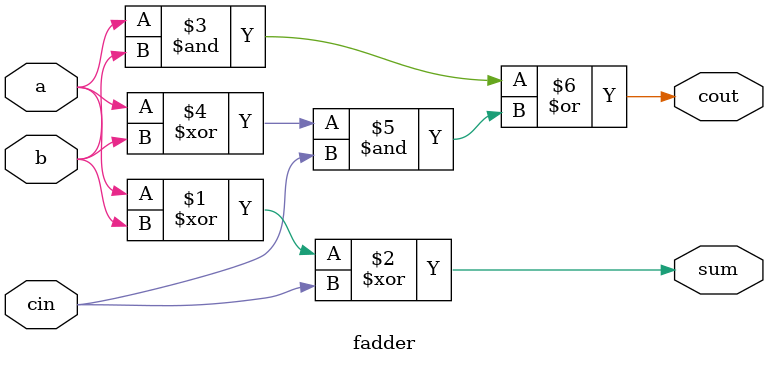
<source format=v>
module fadder(a,b,sum,cout,cin);

	input a,b,cin;
	output cout,sum;
	wire w1,w2,w3;
	assign sum=((a^b)^cin);
	assign cout=((a&b)|((a^b)&cin));

endmodule
</source>
